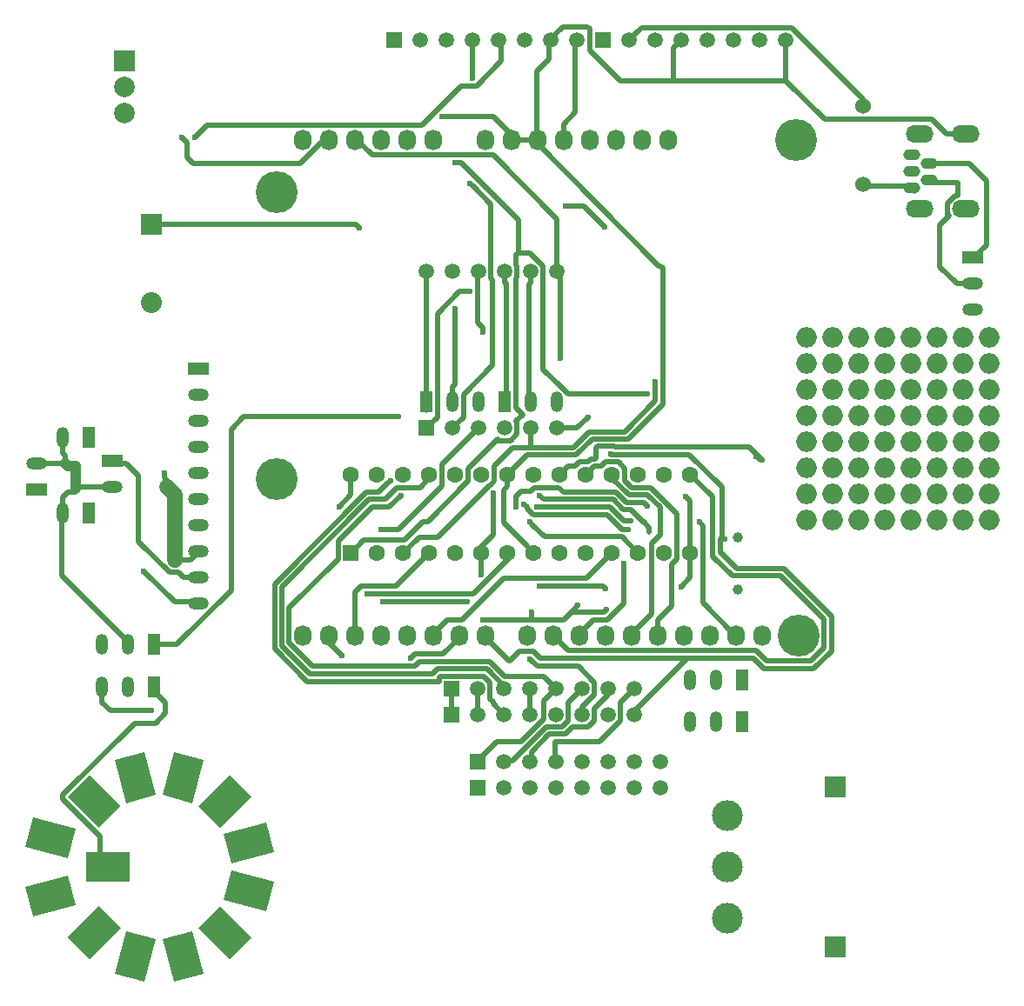
<source format=gbl>
G04 #@! TF.GenerationSoftware,KiCad,Pcbnew,(5.1.5)-3*
G04 #@! TF.CreationDate,2020-12-11T16:35:30-08:00*
G04 #@! TF.ProjectId,Luciebox_v3,4c756369-6562-46f7-985f-76332e6b6963,rev?*
G04 #@! TF.SameCoordinates,Original*
G04 #@! TF.FileFunction,Copper,L2,Bot*
G04 #@! TF.FilePolarity,Positive*
%FSLAX46Y46*%
G04 Gerber Fmt 4.6, Leading zero omitted, Abs format (unit mm)*
G04 Created by KiCad (PCBNEW (5.1.5)-3) date 2020-12-11 16:35:30*
%MOMM*%
%LPD*%
G04 APERTURE LIST*
%ADD10C,1.524000*%
%ADD11C,1.500000*%
%ADD12R,1.500000X1.500000*%
%ADD13O,2.700000X1.700000*%
%ADD14O,1.650000X1.100000*%
%ADD15O,1.200000X2.000000*%
%ADD16R,1.200000X2.000000*%
%ADD17C,1.000000*%
%ADD18R,2.100000X2.000000*%
%ADD19C,3.000000*%
%ADD20R,4.300000X3.000000*%
%ADD21C,0.100000*%
%ADD22O,2.000000X1.200000*%
%ADD23R,2.000000X1.200000*%
%ADD24R,2.032000X2.032000*%
%ADD25C,2.032000*%
%ADD26C,2.000000*%
%ADD27R,2.000000X2.000000*%
%ADD28C,1.600000*%
%ADD29R,1.600000X1.600000*%
%ADD30O,1.727200X2.032000*%
%ADD31C,4.064000*%
%ADD32O,2.000000X2.000000*%
%ADD33C,0.600000*%
%ADD34C,0.508000*%
%ADD35C,0.500000*%
%ADD36C,1.000000*%
%ADD37C,1.500000*%
G04 APERTURE END LIST*
D10*
X86250000Y-16560000D03*
X86250000Y-8940000D03*
D11*
X58420000Y-2540000D03*
X55880000Y-2540000D03*
X53340000Y-2540000D03*
X50800000Y-2540000D03*
X48260000Y-2540000D03*
X45720000Y-2540000D03*
X43180000Y-2540000D03*
D12*
X40640000Y-2540000D03*
D11*
X78740000Y-2540000D03*
X76200000Y-2540000D03*
X73660000Y-2540000D03*
X71120000Y-2540000D03*
X68580000Y-2540000D03*
X66040000Y-2540000D03*
X63500000Y-2540000D03*
D12*
X60960000Y-2540000D03*
D13*
X91739280Y-19000000D03*
X91739280Y-11700000D03*
D14*
X90950000Y-16950000D03*
X92650000Y-16150000D03*
X90950000Y-15350000D03*
X92650000Y-14550000D03*
X90950000Y-13750000D03*
D13*
X96250000Y-19000000D03*
X96250000Y-11700000D03*
D15*
X56454200Y-37808200D03*
X53914200Y-37808200D03*
D16*
X51374200Y-37808200D03*
D15*
X48834200Y-37808200D03*
X46294200Y-37808200D03*
D16*
X43754200Y-37808200D03*
D17*
X74090000Y-50970000D03*
X74090000Y-56050000D03*
D15*
X12192000Y-61412000D03*
X14732000Y-61412000D03*
D16*
X17272000Y-61412000D03*
D15*
X12192000Y-65532000D03*
X14732000Y-65532000D03*
D16*
X17272000Y-65532000D03*
D11*
X66500000Y-72810000D03*
X63960000Y-72810000D03*
X61420000Y-72810000D03*
X58880000Y-72810000D03*
X56340000Y-72810000D03*
X53800000Y-72810000D03*
X51260000Y-72810000D03*
D12*
X48720000Y-72810000D03*
D15*
X69374000Y-68922000D03*
X71914000Y-68922000D03*
D16*
X74454000Y-68922000D03*
D15*
X69374000Y-64858000D03*
X71914000Y-64858000D03*
D16*
X74454000Y-64858000D03*
D18*
X83500000Y-90855000D03*
X83500000Y-75255000D03*
D19*
X73000000Y-88055000D03*
X73000000Y-83055000D03*
X73000000Y-78055000D03*
D20*
X12770000Y-83071000D03*
G04 #@! TA.AperFunction,ComponentPad*
D21*
G36*
X9609785Y-86810437D02*
G01*
X5456304Y-87923359D01*
X4679847Y-85025581D01*
X8833328Y-83912659D01*
X9609785Y-86810437D01*
G37*
G04 #@! TD.AperFunction*
G04 #@! TA.AperFunction,ComponentPad*
G36*
X13986980Y-88975341D02*
G01*
X10946421Y-92015900D01*
X8825100Y-89894579D01*
X11865659Y-86854020D01*
X13986980Y-88975341D01*
G37*
G04 #@! TD.AperFunction*
G04 #@! TA.AperFunction,ComponentPad*
G36*
X17445979Y-90075820D02*
G01*
X16333057Y-94229301D01*
X13435279Y-93452844D01*
X14548201Y-89299363D01*
X17445979Y-90075820D01*
G37*
G04 #@! TD.AperFunction*
G04 #@! TA.AperFunction,ComponentPad*
G36*
X20991799Y-89299363D02*
G01*
X22104721Y-93452844D01*
X19206943Y-94229301D01*
X18094021Y-90075820D01*
X20991799Y-89299363D01*
G37*
G04 #@! TD.AperFunction*
G04 #@! TA.AperFunction,ComponentPad*
G36*
X23674341Y-86854020D02*
G01*
X26714900Y-89894579D01*
X24593579Y-92015900D01*
X21553020Y-88975341D01*
X23674341Y-86854020D01*
G37*
G04 #@! TD.AperFunction*
G04 #@! TA.AperFunction,ComponentPad*
G36*
X24774820Y-83395021D02*
G01*
X28928301Y-84507943D01*
X28151844Y-87405721D01*
X23998363Y-86292799D01*
X24774820Y-83395021D01*
G37*
G04 #@! TD.AperFunction*
G04 #@! TA.AperFunction,ComponentPad*
G36*
X23998363Y-79849201D02*
G01*
X28151844Y-78736279D01*
X28928301Y-81634057D01*
X24774820Y-82746979D01*
X23998363Y-79849201D01*
G37*
G04 #@! TD.AperFunction*
G04 #@! TA.AperFunction,ComponentPad*
G36*
X21553020Y-77166659D02*
G01*
X24593579Y-74126100D01*
X26714900Y-76247421D01*
X23674341Y-79287980D01*
X21553020Y-77166659D01*
G37*
G04 #@! TD.AperFunction*
G04 #@! TA.AperFunction,ComponentPad*
G36*
X18094021Y-76066180D02*
G01*
X19206943Y-71912699D01*
X22104721Y-72689156D01*
X20991799Y-76842637D01*
X18094021Y-76066180D01*
G37*
G04 #@! TD.AperFunction*
G04 #@! TA.AperFunction,ComponentPad*
G36*
X14548201Y-76842637D02*
G01*
X13435279Y-72689156D01*
X16333057Y-71912699D01*
X17445979Y-76066180D01*
X14548201Y-76842637D01*
G37*
G04 #@! TD.AperFunction*
G04 #@! TA.AperFunction,ComponentPad*
G36*
X11865659Y-79287980D02*
G01*
X8825100Y-76247421D01*
X10946421Y-74126100D01*
X13986980Y-77166659D01*
X11865659Y-79287980D01*
G37*
G04 #@! TD.AperFunction*
G04 #@! TA.AperFunction,ComponentPad*
G36*
X8833328Y-82229341D02*
G01*
X4679847Y-81116419D01*
X5456304Y-78218641D01*
X9609785Y-79331563D01*
X8833328Y-82229341D01*
G37*
G04 #@! TD.AperFunction*
D11*
X64000000Y-65690000D03*
X61460000Y-65690000D03*
X58920000Y-65690000D03*
X56380000Y-65690000D03*
X53840000Y-65690000D03*
X51300000Y-65690000D03*
X48760000Y-65690000D03*
D12*
X46220000Y-65690000D03*
D11*
X64000000Y-68230000D03*
X61460000Y-68230000D03*
X58920000Y-68230000D03*
X56380000Y-68230000D03*
X53840000Y-68230000D03*
X51300000Y-68230000D03*
X48760000Y-68230000D03*
D12*
X46220000Y-68230000D03*
D11*
X43754200Y-25108200D03*
X46294200Y-25108200D03*
X48834200Y-25108200D03*
X51374200Y-25108200D03*
X53914200Y-25108200D03*
X56454200Y-25108200D03*
X56454200Y-40348200D03*
X53914200Y-40348200D03*
X51374200Y-40348200D03*
X48834200Y-40348200D03*
X46294200Y-40348200D03*
D12*
X43754200Y-40348200D03*
D11*
X66500000Y-75350000D03*
X63960000Y-75350000D03*
X61420000Y-75350000D03*
X58880000Y-75350000D03*
X56340000Y-75350000D03*
X53800000Y-75350000D03*
X51260000Y-75350000D03*
D12*
X48720000Y-75350000D03*
D22*
X13166000Y-46088000D03*
D23*
X13166000Y-43548000D03*
D15*
X8340000Y-41262000D03*
D16*
X10880000Y-41262000D03*
D22*
X5800000Y-43802000D03*
D23*
X5800000Y-46342000D03*
D15*
X8340000Y-48628000D03*
D16*
X10880000Y-48628000D03*
D22*
X21590000Y-57404000D03*
X21590000Y-54864000D03*
X21590000Y-52324000D03*
X21590000Y-49784000D03*
X21590000Y-47244000D03*
X21590000Y-44704000D03*
X21590000Y-42164000D03*
X21590000Y-39624000D03*
X21590000Y-37084000D03*
D23*
X21590000Y-34544000D03*
D22*
X96895000Y-28821000D03*
X96895000Y-26281000D03*
D23*
X96895000Y-23741000D03*
D24*
X17008000Y-20460000D03*
D25*
X17008000Y-28080000D03*
D26*
X14338000Y-9642000D03*
X14338000Y-7102000D03*
D27*
X14338000Y-4562000D03*
D28*
X36413600Y-44869400D03*
X38953600Y-44869400D03*
X41493600Y-44869400D03*
X44033600Y-44869400D03*
X46573600Y-44869400D03*
X49113600Y-44869400D03*
X51653600Y-44869400D03*
X54193600Y-44869400D03*
X56733600Y-44869400D03*
X59273600Y-44869400D03*
X61813600Y-44869400D03*
X64353600Y-44869400D03*
X66893600Y-44869400D03*
X69433600Y-44869400D03*
X69433600Y-52489400D03*
X66893600Y-52489400D03*
X64353600Y-52489400D03*
X61813600Y-52489400D03*
X59273600Y-52489400D03*
X56733600Y-52489400D03*
X54193600Y-52489400D03*
X51653600Y-52489400D03*
X49113600Y-52489400D03*
X46573600Y-52489400D03*
X44033600Y-52489400D03*
X41493600Y-52489400D03*
X38953600Y-52489400D03*
D29*
X36413600Y-52489400D03*
D30*
X49482800Y-12289400D03*
X52022800Y-12289400D03*
X54562800Y-12289400D03*
X57102800Y-12289400D03*
X59642800Y-12289400D03*
X62182800Y-12289400D03*
X64722800Y-12289400D03*
X67262800Y-12289400D03*
X31702800Y-12289400D03*
X34242800Y-12289400D03*
X36782800Y-12289400D03*
X39322800Y-12289400D03*
X41862800Y-12289400D03*
X44402800Y-12289400D03*
X53546800Y-60549400D03*
X56086800Y-60549400D03*
X58626800Y-60549400D03*
X61166800Y-60549400D03*
X63706800Y-60549400D03*
X66246800Y-60549400D03*
X68786800Y-60549400D03*
X71326800Y-60549400D03*
X73866800Y-60549400D03*
X76406800Y-60549400D03*
X31702800Y-60549400D03*
X34242800Y-60549400D03*
X36782800Y-60549400D03*
X39322800Y-60549400D03*
X41862800Y-60549400D03*
X44402800Y-60549400D03*
X46942800Y-60549400D03*
X49482800Y-60549400D03*
D31*
X79708800Y-12289400D03*
X29162800Y-17369400D03*
X79962800Y-60549400D03*
X29162800Y-45309400D03*
D32*
X98509300Y-31500000D03*
X98522000Y-34040000D03*
X98509300Y-36580000D03*
X98522000Y-39120000D03*
X98534700Y-41660000D03*
X98522000Y-44200000D03*
X98509300Y-46740000D03*
X98522000Y-49280000D03*
X95969300Y-31500000D03*
X95982000Y-34040000D03*
X95969300Y-36580000D03*
X95982000Y-39120000D03*
X95994700Y-41660000D03*
X95982000Y-44200000D03*
X95969300Y-46740000D03*
X95982000Y-49280000D03*
X93429300Y-31500000D03*
X93442000Y-34040000D03*
X93429300Y-36580000D03*
X93442000Y-39120000D03*
X93454700Y-41660000D03*
X93442000Y-44200000D03*
X93429300Y-46740000D03*
X93442000Y-49280000D03*
X90889300Y-31500000D03*
X90902000Y-34040000D03*
X90889300Y-36580000D03*
X90902000Y-39120000D03*
X90914700Y-41660000D03*
X90902000Y-44200000D03*
X90889300Y-46740000D03*
X90902000Y-49280000D03*
X88349300Y-31500000D03*
X88362000Y-34040000D03*
X88349300Y-36580000D03*
X88362000Y-39120000D03*
X88374700Y-41660000D03*
X88362000Y-44200000D03*
X88349300Y-46740000D03*
X88362000Y-49280000D03*
X85809300Y-31500000D03*
X85822000Y-34040000D03*
X85809300Y-36580000D03*
X85822000Y-39120000D03*
X85834700Y-41660000D03*
X85822000Y-44200000D03*
X85809300Y-46740000D03*
X85822000Y-49280000D03*
X83269300Y-31500000D03*
X83282000Y-34040000D03*
X83269300Y-36580000D03*
X83282000Y-39120000D03*
X83294700Y-41660000D03*
X83282000Y-44200000D03*
X83269300Y-46740000D03*
X83282000Y-49280000D03*
X80729300Y-31500000D03*
X80742000Y-34040000D03*
X80729300Y-36580000D03*
X80742000Y-39120000D03*
X80754700Y-41660000D03*
X80742000Y-44200000D03*
X80729300Y-46740000D03*
X80742000Y-49280000D03*
D33*
X17018000Y-67818000D03*
X58500000Y-57617345D03*
X61250000Y-58000000D03*
X53966834Y-58283166D03*
X45250000Y-10000000D03*
X49250000Y-59033166D03*
X16250000Y-54250000D03*
X41000000Y-39250000D03*
X40248055Y-45459612D03*
X41250000Y-46877413D03*
X56750000Y-33500000D03*
X19964000Y-11996000D03*
X54750946Y-46876243D03*
X64910000Y-49480000D03*
X70330000Y-49490000D03*
X37266021Y-20841000D03*
X35250000Y-48000000D03*
X53250000Y-47750000D03*
X63388815Y-50254010D03*
X68570000Y-55766000D03*
X53787629Y-62789374D03*
X68981610Y-46956506D03*
X54750000Y-55750000D03*
X61183679Y-55998900D03*
X48000000Y-16500000D03*
X69158844Y-62773420D03*
X61687259Y-42861389D03*
X72750000Y-51120000D03*
X46500000Y-28750000D03*
X50246729Y-46621957D03*
X49091834Y-54591834D03*
X52491042Y-48002986D03*
X65249165Y-47917979D03*
X35500000Y-62500000D03*
X35500000Y-62500000D03*
X65995990Y-35851860D03*
X21228010Y-12000000D03*
X39315329Y-50250139D03*
X39500000Y-57212021D03*
X47750000Y-57212021D03*
X49250000Y-31000000D03*
X47995990Y-27053343D03*
X57250000Y-18750000D03*
X61079970Y-20750000D03*
X62944849Y-53505786D03*
X42248641Y-62773420D03*
X42248641Y-62773420D03*
X53791249Y-49462021D03*
X54500000Y-48000000D03*
X63661834Y-49338166D03*
X75809000Y-43066000D03*
X76418834Y-43472166D03*
X38000000Y-56500000D03*
X59481620Y-39256000D03*
X18250000Y-44750000D03*
X65287979Y-36997294D03*
X46495990Y-14500000D03*
X48250000Y-6250000D03*
D34*
X12970000Y-67818000D02*
X12192000Y-67040000D01*
X12192000Y-67040000D02*
X12192000Y-65532000D01*
X17018000Y-67818000D02*
X12970000Y-67818000D01*
X16250000Y-54250000D02*
X19250000Y-57250000D01*
X19250000Y-57250000D02*
X21500000Y-57250000D01*
X46220000Y-65690000D02*
X46220000Y-68030000D01*
X55641400Y-4416600D02*
X54500000Y-5558000D01*
X55641400Y-2908600D02*
X55641400Y-4416600D01*
X54500000Y-5558000D02*
X54500000Y-12000000D01*
X54562800Y-12289400D02*
X52210600Y-12289400D01*
X52210600Y-12289400D02*
X52000000Y-12500000D01*
X66250000Y-24500000D02*
X54500000Y-12500000D01*
X53393601Y-51689401D02*
X54193600Y-52489400D01*
X51653600Y-44869400D02*
X51653600Y-46000770D01*
X51653600Y-46000770D02*
X51245999Y-46408371D01*
X51245999Y-49541799D02*
X53393601Y-51689401D01*
X51245999Y-46408371D02*
X51245999Y-49541799D01*
X57867345Y-58250000D02*
X58500000Y-57617345D01*
X57867345Y-58250000D02*
X61000000Y-58250000D01*
X61000000Y-58250000D02*
X61250000Y-58000000D01*
X57867345Y-58250000D02*
X57084179Y-59033166D01*
X53966834Y-59033166D02*
X53966834Y-58283166D01*
X57084179Y-59033166D02*
X53966834Y-59033166D01*
X45250000Y-10000000D02*
X50250000Y-10000000D01*
X50250000Y-10000000D02*
X52000000Y-11750000D01*
X52000000Y-11750000D02*
X52000000Y-12250000D01*
X51653600Y-44869400D02*
X53554780Y-42968220D01*
X59898001Y-41399376D02*
X63350624Y-41399376D01*
X63350624Y-41399376D02*
X66750000Y-38000000D01*
X58329157Y-42968220D02*
X59898001Y-41399376D01*
X53554780Y-42968220D02*
X58329157Y-42968220D01*
X66750000Y-24750000D02*
X66250000Y-24500000D01*
X66750000Y-38000000D02*
X66750000Y-24750000D01*
X53966834Y-59033166D02*
X49250000Y-59033166D01*
X67830001Y-6330001D02*
X68000000Y-6500000D01*
X67830001Y-3289999D02*
X67830001Y-6330001D01*
X68580000Y-2540000D02*
X67830001Y-3289999D01*
X78750000Y-3610660D02*
X78750000Y-6500000D01*
X78740000Y-3600660D02*
X78750000Y-3610660D01*
X78740000Y-2540000D02*
X78740000Y-3600660D01*
X78750000Y-6500000D02*
X68000000Y-6500000D01*
X92942000Y-10250000D02*
X82500000Y-10250000D01*
X96250000Y-11700000D02*
X94392000Y-11700000D01*
X82500000Y-10250000D02*
X78750000Y-6500000D01*
X94392000Y-11700000D02*
X92942000Y-10250000D01*
X57000000Y-1250000D02*
X55750000Y-2500000D01*
X62602798Y-6500000D02*
X59624001Y-3521203D01*
X59624001Y-1462001D02*
X59412000Y-1250000D01*
X68000000Y-6500000D02*
X62602798Y-6500000D01*
X59624001Y-3521203D02*
X59624001Y-1462001D01*
X59412000Y-1250000D02*
X57000000Y-1250000D01*
X8371090Y-76435480D02*
X12000000Y-80064390D01*
X8371090Y-76059362D02*
X8371090Y-76435480D01*
X15368280Y-69062172D02*
X8371090Y-76059362D01*
X17272000Y-65932000D02*
X18380000Y-67040000D01*
X18380000Y-67040000D02*
X18380000Y-68052254D01*
X17272000Y-65532000D02*
X17272000Y-65932000D01*
X18380000Y-68052254D02*
X17370082Y-69062172D01*
X17370082Y-69062172D02*
X15368280Y-69062172D01*
X12000000Y-80064390D02*
X12000000Y-82750000D01*
X12000000Y-82750000D02*
X12750000Y-83500000D01*
X12750000Y-83500000D02*
X12500000Y-83500000D01*
X12500000Y-83500000D02*
X11500000Y-82500000D01*
X26000000Y-39250000D02*
X40575736Y-39250000D01*
X24750000Y-40500000D02*
X26000000Y-39250000D01*
X19472595Y-61412000D02*
X24750000Y-56134595D01*
X40575736Y-39250000D02*
X41000000Y-39250000D01*
X24750000Y-56134595D02*
X24750000Y-40500000D01*
X17272000Y-61412000D02*
X19472595Y-61412000D01*
X51300000Y-68050000D02*
X51500000Y-68250000D01*
X37899264Y-46583978D02*
X39123689Y-46583978D01*
X39948056Y-45759611D02*
X40248055Y-45459612D01*
X32135063Y-65000000D02*
X28969168Y-61834105D01*
X45015999Y-64576799D02*
X45015999Y-65000000D01*
X49964001Y-65112079D02*
X49337921Y-64485999D01*
X28969168Y-61834105D02*
X28969169Y-55514073D01*
X50250000Y-67180000D02*
X50250000Y-67000000D01*
X45015999Y-65000000D02*
X32135063Y-65000000D01*
X50250000Y-67000000D02*
X49964001Y-66714001D01*
X47347202Y-64500000D02*
X47333201Y-64485999D01*
X47333201Y-64485999D02*
X45106799Y-64485999D01*
X49964001Y-66714001D02*
X49964001Y-65112079D01*
X45106799Y-64485999D02*
X45015999Y-64576799D01*
X39123689Y-46583978D02*
X39948056Y-45759611D01*
X28969169Y-55514073D02*
X37899264Y-46583978D01*
X48182079Y-64485999D02*
X48168078Y-64500000D01*
X51300000Y-68230000D02*
X50250000Y-67180000D01*
X49337921Y-64485999D02*
X48182079Y-64485999D01*
X48168078Y-64500000D02*
X47347202Y-64500000D01*
X44356089Y-64235431D02*
X32371772Y-64235431D01*
X49631189Y-63777989D02*
X44813531Y-63777989D01*
X29677179Y-55807341D02*
X38192531Y-47291989D01*
X38192531Y-47291989D02*
X39723091Y-47291989D01*
X51300000Y-65446800D02*
X49631189Y-63777989D01*
X39723091Y-47291989D02*
X40891679Y-46123401D01*
X40891679Y-46123401D02*
X43126599Y-46123401D01*
X51300000Y-65690000D02*
X51300000Y-65446800D01*
X29677179Y-61540838D02*
X29677179Y-55807341D01*
X43126599Y-46123401D02*
X44250000Y-45000000D01*
X32371772Y-64235431D02*
X29677179Y-61540838D01*
X44813531Y-63777989D02*
X44356089Y-64235431D01*
X50602012Y-70897988D02*
X49000000Y-72500000D01*
X52953934Y-70897988D02*
X50602012Y-70897988D01*
X55175999Y-68675923D02*
X52953934Y-70897988D01*
X56380000Y-65690000D02*
X55175999Y-66894001D01*
X55175999Y-66894001D02*
X55175999Y-68675923D01*
X38485798Y-48000000D02*
X35159599Y-51326199D01*
X51340477Y-64485999D02*
X55175999Y-64485999D01*
X30385190Y-61247571D02*
X32665039Y-63527420D01*
X42610563Y-63527420D02*
X43068005Y-63069978D01*
X49924456Y-63069978D02*
X51340477Y-64485999D01*
X40127413Y-48000000D02*
X38485798Y-48000000D01*
X55630001Y-64940001D02*
X56380000Y-65690000D01*
X32665039Y-63527420D02*
X42610563Y-63527420D01*
X43068005Y-63069978D02*
X49924456Y-63069978D01*
X41250000Y-46877413D02*
X40127413Y-48000000D01*
X35159599Y-53090401D02*
X30385190Y-57864810D01*
X35159599Y-51326199D02*
X35159599Y-53090401D01*
X30385190Y-57864810D02*
X30385190Y-61247571D01*
X55175999Y-64485999D02*
X55630001Y-64940001D01*
X50259410Y-13759410D02*
X47125332Y-13759410D01*
X47125332Y-13759410D02*
X47111921Y-13745999D01*
X56454200Y-19954200D02*
X50259410Y-13759410D01*
X47111921Y-13745999D02*
X46134068Y-13745998D01*
X46134068Y-13745998D02*
X46120656Y-13759410D01*
X46120656Y-13759410D02*
X38509410Y-13759410D01*
X38509410Y-13759410D02*
X36750000Y-12000000D01*
X56454200Y-25108200D02*
X56454200Y-19954200D01*
X56750000Y-32750000D02*
X56750000Y-25250000D01*
X56750000Y-25250000D02*
X56500000Y-25000000D01*
X56750000Y-32750000D02*
X56750000Y-33500000D01*
X33718581Y-12289400D02*
X31431981Y-14576000D01*
X34242800Y-12289400D02*
X33718581Y-12289400D01*
X31431981Y-14576000D02*
X21044000Y-14576000D01*
X21044000Y-14576000D02*
X20474000Y-14006000D01*
X20474000Y-14006000D02*
X20474000Y-12506000D01*
X20474000Y-12506000D02*
X19964000Y-11996000D01*
X65452093Y-50062093D02*
X65452093Y-50499994D01*
X62916433Y-48291989D02*
X63681989Y-48291989D01*
X61916433Y-47291989D02*
X62916433Y-48291989D01*
X55166692Y-47291989D02*
X61916433Y-47291989D01*
X54750946Y-46876243D02*
X55166692Y-47291989D01*
X64910000Y-49480000D02*
X65452093Y-50062093D01*
X63681989Y-48291989D02*
X64890000Y-49500000D01*
X64890000Y-49500000D02*
X64910000Y-49480000D01*
X70687601Y-49847601D02*
X70687601Y-57367601D01*
X70330000Y-49490000D02*
X70687601Y-49847601D01*
X70687601Y-57367601D02*
X73570000Y-60250000D01*
X73570000Y-60250000D02*
X73590000Y-60250000D01*
X36885021Y-20460000D02*
X37266021Y-20841000D01*
X17008000Y-20460000D02*
X36885021Y-20460000D01*
X36413600Y-46836400D02*
X35250000Y-48000000D01*
X36413600Y-44869400D02*
X36413600Y-46836400D01*
X54138079Y-48754001D02*
X61375889Y-48754001D01*
X53250000Y-47750000D02*
X53549999Y-48049999D01*
X63342816Y-50208011D02*
X63388815Y-50254010D01*
X62829899Y-50208011D02*
X63342816Y-50208011D01*
X53549999Y-48049999D02*
X53549999Y-48165921D01*
X53549999Y-48165921D02*
X54138079Y-48754001D01*
X61375889Y-48754001D02*
X62829899Y-50208011D01*
X69433600Y-54902400D02*
X68570000Y-55766000D01*
X69433600Y-52489400D02*
X69433600Y-54902400D01*
X53546800Y-60549400D02*
X53546800Y-60397000D01*
X58920000Y-68230000D02*
X58920000Y-67471922D01*
X54544244Y-63545989D02*
X54087628Y-63089373D01*
X58557911Y-63545989D02*
X54544244Y-63545989D01*
X54087628Y-63089373D02*
X53787629Y-62789374D01*
X60124001Y-66267921D02*
X60124001Y-65112079D01*
X58920000Y-67471922D02*
X60124001Y-66267921D01*
X60124001Y-65112079D02*
X58557911Y-63545989D01*
X69433600Y-47408496D02*
X68981610Y-46956506D01*
X69433600Y-52489400D02*
X69433600Y-47408496D01*
X60934779Y-55750000D02*
X61183679Y-55998900D01*
X54750000Y-55750000D02*
X60934779Y-55750000D01*
X50208011Y-25956733D02*
X50038201Y-25786923D01*
X47348210Y-37097990D02*
X50208011Y-34238189D01*
X48299999Y-16799999D02*
X48000000Y-16500000D01*
X50038201Y-18538201D02*
X48299999Y-16799999D01*
X46294200Y-40348200D02*
X47348210Y-39294190D01*
X50038201Y-25786923D02*
X50038201Y-18538201D01*
X47348210Y-39294190D02*
X47348210Y-37097990D01*
X50208011Y-34238189D02*
X50208011Y-25956733D01*
X69158844Y-62773420D02*
X64250000Y-67682264D01*
X64250000Y-67682264D02*
X64250000Y-68250000D01*
X64250000Y-68250000D02*
X64000000Y-68500000D01*
X72325736Y-51120000D02*
X72750000Y-51120000D01*
X69331652Y-42907388D02*
X61733258Y-42907388D01*
X72510000Y-46085736D02*
X69331652Y-42907388D01*
X72510000Y-50935736D02*
X72510000Y-46085736D01*
X72325736Y-51120000D02*
X72510000Y-50935736D01*
X72325736Y-52392068D02*
X72325736Y-51120000D01*
X73933668Y-54000000D02*
X72325736Y-52392068D01*
X83156812Y-58656812D02*
X78500000Y-54000000D01*
X61733258Y-42907388D02*
X61687259Y-42861389D01*
X78500000Y-54000000D02*
X73933668Y-54000000D01*
X51861922Y-63004002D02*
X52830552Y-62035372D01*
X51785002Y-63004002D02*
X51861922Y-63004002D01*
X49482800Y-60549400D02*
X49482800Y-60701800D01*
X52830552Y-62035372D02*
X54149551Y-62035372D01*
X76583753Y-63743412D02*
X81449348Y-63743412D01*
X49482800Y-60701800D02*
X51785002Y-63004002D01*
X54841600Y-62727421D02*
X75567762Y-62727421D01*
X75567762Y-62727421D02*
X76583753Y-63743412D01*
X54149551Y-62035372D02*
X54841600Y-62727421D01*
X81449348Y-63743412D02*
X83156812Y-62035948D01*
X83156812Y-62035948D02*
X83156812Y-58656812D01*
X46294200Y-36300200D02*
X46500000Y-36094400D01*
X46294200Y-37808200D02*
X46294200Y-36300200D01*
X46500000Y-36094400D02*
X46500000Y-28750000D01*
X51679000Y-40043400D02*
X51374200Y-40348200D01*
X49113600Y-52489400D02*
X49113600Y-54570068D01*
X49113600Y-54570068D02*
X49091834Y-54591834D01*
X50246729Y-50753271D02*
X50246729Y-46621957D01*
X49113600Y-52489400D02*
X49113600Y-51886400D01*
X49113600Y-51886400D02*
X50246729Y-50753271D01*
X54000000Y-71854476D02*
X54000000Y-71899266D01*
X55712465Y-70142012D02*
X54000000Y-71854476D01*
X57251188Y-70142012D02*
X55712465Y-70142012D01*
X57959199Y-69434001D02*
X57251188Y-70142012D01*
X60124001Y-67652079D02*
X60124001Y-68807921D01*
X61460000Y-66316080D02*
X60124001Y-67652079D01*
X61460000Y-65690000D02*
X61460000Y-66316080D01*
X54000000Y-71899266D02*
X54000000Y-72750000D01*
X59497921Y-69434001D02*
X57959199Y-69434001D01*
X60124001Y-68807921D02*
X59497921Y-69434001D01*
X36782800Y-60549400D02*
X36782800Y-60701800D01*
X37388078Y-55745998D02*
X40777002Y-55745998D01*
X40777002Y-55745998D02*
X43233601Y-53289399D01*
X43233601Y-53289399D02*
X44033600Y-52489400D01*
X36782800Y-56351276D02*
X37388078Y-55745998D01*
X36782800Y-60549400D02*
X36782800Y-56351276D01*
X57086534Y-46583978D02*
X62209700Y-46583978D01*
X63209700Y-47583978D02*
X64915164Y-47583978D01*
X64915164Y-47583978D02*
X64949166Y-47617980D01*
X54261835Y-46122241D02*
X56624797Y-46122241D01*
X52491042Y-48002986D02*
X52491042Y-46968770D01*
X64949166Y-47617980D02*
X65249165Y-47917979D01*
X53888077Y-46495999D02*
X54261835Y-46122241D01*
X52491042Y-46968770D02*
X52963813Y-46495999D01*
X62209700Y-46583978D02*
X63209700Y-47583978D01*
X52963813Y-46495999D02*
X53888077Y-46495999D01*
X56624797Y-46122241D02*
X57086534Y-46583978D01*
X34242800Y-61242800D02*
X35500000Y-62500000D01*
X34242800Y-60549400D02*
X34242800Y-61242800D01*
X53914200Y-42085800D02*
X53750000Y-42250000D01*
X53914200Y-40348200D02*
X53914200Y-42085800D01*
X49970967Y-45867955D02*
X50367601Y-45471321D01*
X50367601Y-43996399D02*
X52103789Y-42260211D01*
X52103789Y-42260211D02*
X53750000Y-42250000D01*
X49884807Y-45867955D02*
X49970967Y-45867955D01*
X50367601Y-45471321D02*
X50367601Y-43996399D01*
X43043000Y-50940000D02*
X44812762Y-50940000D01*
X41493600Y-52489400D02*
X43043000Y-50940000D01*
X44812762Y-50940000D02*
X49884807Y-45867955D01*
X57584001Y-67025999D02*
X57584001Y-68807921D01*
X55419198Y-69434001D02*
X52103199Y-72750000D01*
X58920000Y-65690000D02*
X57584001Y-67025999D01*
X52103199Y-72750000D02*
X51500000Y-72750000D01*
X57584001Y-68807921D02*
X56957921Y-69434001D01*
X56957921Y-69434001D02*
X55419198Y-69434001D01*
X66041989Y-37706733D02*
X66041989Y-36322123D01*
X58046099Y-42250000D02*
X59604733Y-40691366D01*
X59604733Y-40691366D02*
X63057356Y-40691366D01*
X65995990Y-36276124D02*
X65995990Y-35851860D01*
X63057356Y-40691366D02*
X66041989Y-37706733D01*
X66041989Y-36322123D02*
X65995990Y-36276124D01*
X53750000Y-42250000D02*
X58046099Y-42250000D01*
X38953600Y-52489400D02*
X38953600Y-52057600D01*
X45287601Y-43894799D02*
X45287601Y-45966233D01*
X41003695Y-50250139D02*
X39739593Y-50250139D01*
X39739593Y-50250139D02*
X39315329Y-50250139D01*
X45287601Y-45966233D02*
X41003695Y-50250139D01*
X48834200Y-40348200D02*
X45287601Y-43894799D01*
X39500000Y-57212021D02*
X47750000Y-57212021D01*
X51000000Y-3000000D02*
X51000000Y-4615924D01*
X51000000Y-4615924D02*
X48611922Y-7004002D01*
X47111920Y-7004002D02*
X43296532Y-10819390D01*
X43296532Y-10819390D02*
X22408620Y-10819390D01*
X48611922Y-7004002D02*
X47111920Y-7004002D01*
X22408620Y-10819390D02*
X21528009Y-11700001D01*
X21528009Y-11700001D02*
X21228010Y-12000000D01*
X56250000Y-70850023D02*
X56250000Y-73000000D01*
X60621899Y-70850023D02*
X56250000Y-70850023D01*
X62664001Y-68807921D02*
X60621899Y-70850023D01*
X64000000Y-65690000D02*
X62664001Y-67025999D01*
X62664001Y-67025999D02*
X62664001Y-68807921D01*
X67618400Y-57653800D02*
X67618400Y-53620522D01*
X60757677Y-44069401D02*
X60073599Y-44069401D01*
X63067601Y-45439323D02*
X63067601Y-44267479D01*
X68147601Y-53091321D02*
X68147601Y-48699213D01*
X68147601Y-48699213D02*
X65571789Y-46123401D01*
X63751679Y-46123401D02*
X63067601Y-45439323D01*
X66246800Y-59025400D02*
X67618400Y-57653800D01*
X67618400Y-53620522D02*
X68147601Y-53091321D01*
X61211679Y-43615399D02*
X60757677Y-44069401D01*
X60073599Y-44069401D02*
X59273600Y-44869400D01*
X65571789Y-46123401D02*
X63751679Y-46123401D01*
X62415521Y-43615399D02*
X61211679Y-43615399D01*
X66246800Y-60549400D02*
X66246800Y-59025400D01*
X63067601Y-44267479D02*
X62415521Y-43615399D01*
X49250000Y-30575736D02*
X48750000Y-30075736D01*
X49250000Y-31000000D02*
X49250000Y-30575736D01*
X48750000Y-30075736D02*
X48750000Y-25250000D01*
X65639599Y-51596506D02*
X66498010Y-50738095D01*
X61813600Y-45186600D02*
X61813600Y-44869400D01*
X65278520Y-46831410D02*
X63458410Y-46831410D01*
X66498010Y-48050900D02*
X65278520Y-46831410D01*
X63458410Y-46831410D02*
X61813600Y-45186600D01*
X65639599Y-58464201D02*
X65639599Y-51596506D01*
X66498010Y-50738095D02*
X66498010Y-48050900D01*
X63706800Y-60397000D02*
X65639599Y-58464201D01*
X63706800Y-60549400D02*
X63706800Y-60397000D01*
X44808201Y-29191799D02*
X46946657Y-27053343D01*
X47571726Y-27053343D02*
X47995990Y-27053343D01*
X44808201Y-39294199D02*
X44808201Y-29191799D01*
X43754200Y-40348200D02*
X44808201Y-39294199D01*
X46946657Y-27053343D02*
X47571726Y-27053343D01*
X59079970Y-18750000D02*
X60779971Y-20450001D01*
X57250000Y-18750000D02*
X59079970Y-18750000D01*
X60779971Y-20450001D02*
X61079970Y-20750000D01*
X62944849Y-57421073D02*
X62944849Y-53930050D01*
X62944849Y-53930050D02*
X62944849Y-53505786D01*
X59998400Y-59025400D02*
X61340522Y-59025400D01*
X58626800Y-60549400D02*
X58626800Y-60397000D01*
X61340522Y-59025400D02*
X62944849Y-57421073D01*
X58626800Y-60397000D02*
X59998400Y-59025400D01*
X81156081Y-63035401D02*
X76877020Y-63035401D01*
X57556810Y-62019410D02*
X56086800Y-60549400D01*
X82448801Y-61742681D02*
X81156081Y-63035401D01*
X82448801Y-58950079D02*
X82448801Y-61742681D01*
X71600000Y-47035800D02*
X71600000Y-52799878D01*
X69433600Y-44869400D02*
X71600000Y-47035800D01*
X76877020Y-63035401D02*
X75861029Y-62019410D01*
X78206733Y-54708011D02*
X82448801Y-58950079D01*
X71600000Y-52799878D02*
X73508133Y-54708011D01*
X75861029Y-62019410D02*
X57556810Y-62019410D01*
X73508133Y-54708011D02*
X78206733Y-54708011D01*
X45388031Y-62361969D02*
X46750000Y-61000000D01*
X42660092Y-62361969D02*
X45388031Y-62361969D01*
X42248641Y-62773420D02*
X42660092Y-62361969D01*
X55245250Y-50916022D02*
X54091248Y-49762020D01*
X64353600Y-52489400D02*
X62780222Y-50916022D01*
X62780222Y-50916022D02*
X55245250Y-50916022D01*
X54091248Y-49762020D02*
X53791249Y-49462021D01*
X59307001Y-54995999D02*
X51255279Y-54995999D01*
X61813600Y-52489400D02*
X59307001Y-54995999D01*
X44402800Y-60397000D02*
X44402800Y-60549400D01*
X47225878Y-59025400D02*
X45774400Y-59025400D01*
X45774400Y-59025400D02*
X44402800Y-60397000D01*
X51255279Y-54995999D02*
X47225878Y-59025400D01*
X63237570Y-49338166D02*
X63661834Y-49338166D01*
X54500000Y-48000000D02*
X61623166Y-48000000D01*
X62961332Y-49338166D02*
X63237570Y-49338166D01*
X61623166Y-48000000D02*
X62961332Y-49338166D01*
X75809000Y-43066000D02*
X76215166Y-43472166D01*
X76215166Y-43472166D02*
X76418834Y-43472166D01*
X57102800Y-10765400D02*
X58254000Y-9614200D01*
X57102800Y-12289400D02*
X57102800Y-10765400D01*
X58254000Y-9614200D02*
X58254000Y-3186000D01*
D35*
X58673599Y-43619399D02*
X59527981Y-43619399D01*
X57533599Y-44069401D02*
X58223597Y-44069401D01*
X59527981Y-43619399D02*
X59781988Y-43365392D01*
X56733600Y-44869400D02*
X57533599Y-44069401D01*
X60134608Y-43365392D02*
X60250000Y-43250000D01*
X59781988Y-43365392D02*
X60134608Y-43365392D01*
X58223597Y-44069401D02*
X58673599Y-43619399D01*
D34*
X75146045Y-42199377D02*
X62141171Y-42199377D01*
X76418834Y-43472166D02*
X75146045Y-42199377D01*
X60250000Y-42250000D02*
X60250000Y-43250000D01*
X62049181Y-42107387D02*
X60392613Y-42107387D01*
X60392613Y-42107387D02*
X60250000Y-42250000D01*
X62141171Y-42199377D02*
X62049181Y-42107387D01*
X38466253Y-56458011D02*
X38424264Y-56500000D01*
X48291989Y-56458011D02*
X38466253Y-56458011D01*
X51750000Y-53000000D02*
X48291989Y-56458011D01*
X51750000Y-52750000D02*
X51750000Y-53000000D01*
X38424264Y-56500000D02*
X38000000Y-56500000D01*
X53840000Y-65690000D02*
X53840000Y-67910000D01*
X53840000Y-67910000D02*
X53750000Y-68000000D01*
X58389420Y-40348200D02*
X59481620Y-39256000D01*
X56454200Y-40348200D02*
X58389420Y-40348200D01*
X53914200Y-25108200D02*
X53914200Y-26168860D01*
X53750000Y-26333060D02*
X53750000Y-37375802D01*
X53914200Y-26168860D02*
X53750000Y-26333060D01*
X53750000Y-37375802D02*
X53687901Y-37437901D01*
D36*
X8832000Y-44056000D02*
X9610000Y-44056000D01*
X8578000Y-43802000D02*
X8832000Y-44056000D01*
D34*
X8864000Y-46596000D02*
X9610000Y-46596000D01*
X8340000Y-47120000D02*
X8864000Y-46596000D01*
X8340000Y-48628000D02*
X8340000Y-47120000D01*
D36*
X9610000Y-44056000D02*
X9610000Y-46215000D01*
D34*
X8578000Y-43008000D02*
X8578000Y-43802000D01*
X8340000Y-42770000D02*
X8578000Y-43008000D01*
X8340000Y-41262000D02*
X8340000Y-42770000D01*
X7070000Y-43802000D02*
X5800000Y-43802000D01*
X48760000Y-65690000D02*
X48760000Y-68490000D01*
X7070000Y-43802000D02*
X8578000Y-43802000D01*
X8250000Y-54679873D02*
X8250000Y-49000000D01*
X8000000Y-49000000D02*
X8250000Y-48750000D01*
X14732000Y-61412000D02*
X14732000Y-61161873D01*
X8250000Y-49000000D02*
X8000000Y-49000000D01*
X14732000Y-61161873D02*
X8250000Y-54679873D01*
X9662000Y-46088000D02*
X9500000Y-46250000D01*
X9610000Y-46215000D02*
X9500000Y-46250000D01*
X13166000Y-46088000D02*
X9662000Y-46088000D01*
X9500000Y-46250000D02*
X9737000Y-46088000D01*
X86100000Y-16756000D02*
X90744000Y-16756000D01*
X90744000Y-16756000D02*
X90750000Y-16750000D01*
X90750000Y-16750000D02*
X91250000Y-17250000D01*
X95500000Y-17695990D02*
X95500000Y-16411116D01*
X95209862Y-17695990D02*
X95500000Y-17695990D01*
X94445990Y-18459862D02*
X95209862Y-17695990D01*
X94445990Y-19540138D02*
X94445990Y-18459862D01*
X95387000Y-26281000D02*
X93720000Y-24614000D01*
X93720000Y-20566000D02*
X94595926Y-19690074D01*
X93720000Y-24614000D02*
X93720000Y-20566000D01*
X95500000Y-16411116D02*
X92661116Y-16411116D01*
X96895000Y-26281000D02*
X95387000Y-26281000D01*
X94595926Y-19690074D02*
X94445990Y-19540138D01*
X98250000Y-16250000D02*
X98250000Y-22500000D01*
X92400000Y-14550000D02*
X96550000Y-14550000D01*
X98250000Y-22500000D02*
X97000000Y-23750000D01*
X96550000Y-14550000D02*
X98250000Y-16250000D01*
X64249999Y-1790001D02*
X63500000Y-2540000D01*
X79317921Y-1335999D02*
X64704001Y-1335999D01*
X86250000Y-8268078D02*
X79317921Y-1335999D01*
X64704001Y-1335999D02*
X64249999Y-1790001D01*
X86250000Y-8940000D02*
X86250000Y-8268078D01*
X51374200Y-26168860D02*
X51500000Y-26294660D01*
X51374200Y-25108200D02*
X51374200Y-26168860D01*
X51500000Y-26294660D02*
X51500000Y-38000000D01*
X43754200Y-38621000D02*
X43754200Y-38468600D01*
X43754200Y-36300200D02*
X43750000Y-36296000D01*
X43754200Y-37808200D02*
X43754200Y-36300200D01*
X43750000Y-36296000D02*
X43750000Y-25000000D01*
X18796283Y-54404010D02*
X15750000Y-51357727D01*
X19622010Y-54404010D02*
X18796283Y-54404010D01*
X21590000Y-54864000D02*
X20082000Y-54864000D01*
X20082000Y-54864000D02*
X19622010Y-54404010D01*
X15750000Y-51357727D02*
X15750000Y-45000000D01*
X15750000Y-45000000D02*
X14500000Y-43750000D01*
X14500000Y-43750000D02*
X13250000Y-43750000D01*
X13250000Y-43750000D02*
X13500000Y-43750000D01*
D37*
X19295000Y-53200000D02*
X19295000Y-46831000D01*
X19295000Y-46831000D02*
X18552000Y-46088000D01*
D34*
X19295000Y-53200000D02*
X20800000Y-53200000D01*
X20800000Y-53200000D02*
X21500000Y-52500000D01*
X21500000Y-52500000D02*
X21250000Y-52250000D01*
X18250000Y-45174264D02*
X18552000Y-45476264D01*
X18552000Y-45476264D02*
X18552000Y-46088000D01*
X18250000Y-44750000D02*
X18250000Y-45174264D01*
X48250000Y-3000000D02*
X48250000Y-6250000D01*
X52750000Y-23250000D02*
X52710199Y-20039945D01*
X47170254Y-14500000D02*
X46920254Y-14500000D01*
X46920254Y-14500000D02*
X46495990Y-14500000D01*
X52710199Y-20039945D02*
X47170254Y-14500000D01*
X52500000Y-24452078D02*
X52500000Y-23500000D01*
X52578201Y-24530279D02*
X52500000Y-24452078D01*
X53127078Y-39000000D02*
X52500000Y-38372922D01*
X52467500Y-39659578D02*
X53127078Y-39000000D01*
X52578201Y-39770279D02*
X52467500Y-39659578D01*
X52578201Y-25686121D02*
X52578201Y-24530279D01*
X52500000Y-25764322D02*
X52578201Y-25686121D01*
X52578201Y-40926121D02*
X52578201Y-39770279D01*
X52500000Y-38372922D02*
X52500000Y-25764322D01*
X41604601Y-51235399D02*
X43424000Y-49416000D01*
X37685925Y-51235399D02*
X41604601Y-51235399D01*
X43424000Y-49416000D02*
X43882922Y-49416000D01*
X52500000Y-23500000D02*
X52750000Y-23250000D01*
X36431924Y-52489400D02*
X37685925Y-51235399D01*
X50685578Y-41441500D02*
X50796279Y-41552201D01*
X43882922Y-49416000D02*
X47827601Y-45471321D01*
X47827601Y-45471321D02*
X47827601Y-44299477D01*
X47827601Y-44299477D02*
X50685578Y-41441500D01*
X50796279Y-41552201D02*
X51952121Y-41552201D01*
X36413600Y-52489400D02*
X36431924Y-52489400D01*
X51952121Y-41552201D02*
X52578201Y-40926121D01*
X57508210Y-36997294D02*
X57508210Y-36971615D01*
X55129783Y-34629783D02*
X55129783Y-24541861D01*
X65287979Y-36997294D02*
X57508210Y-36997294D01*
X56854190Y-36354190D02*
X55129783Y-34629783D01*
X53837922Y-23250000D02*
X52750000Y-23250000D01*
X57508210Y-36971615D02*
X56890785Y-36354190D01*
X55129783Y-24541861D02*
X53837922Y-23250000D01*
X56890785Y-36354190D02*
X56854190Y-36354190D01*
M02*

</source>
